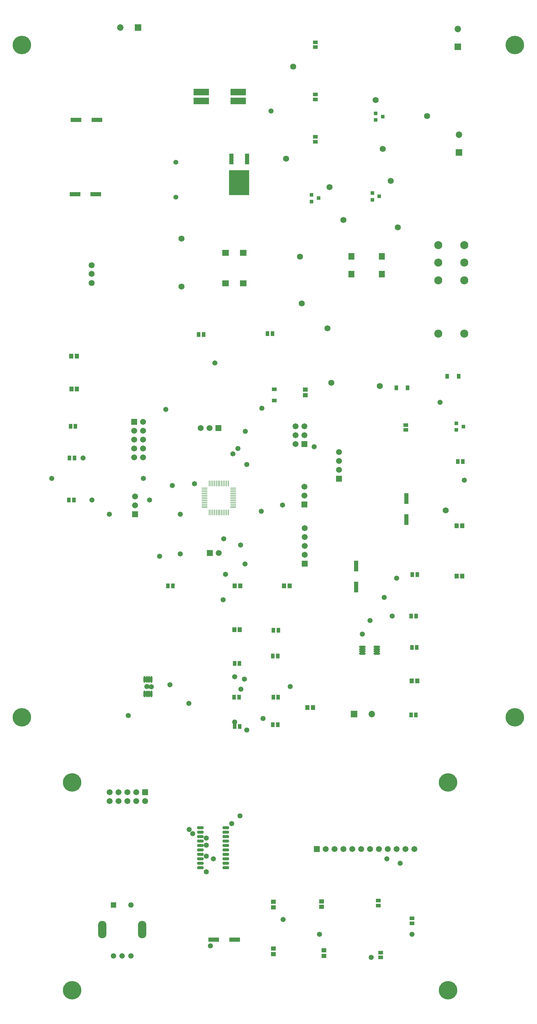
<source format=gts>
G04*
G04 #@! TF.GenerationSoftware,Altium Limited,Altium Designer,23.4.1 (23)*
G04*
G04 Layer_Color=8388736*
%FSLAX25Y25*%
%MOIN*%
G70*
G04*
G04 #@! TF.SameCoordinates,4704FA20-ACEE-4373-A647-A7C3691A48C7*
G04*
G04*
G04 #@! TF.FilePolarity,Negative*
G04*
G01*
G75*
%ADD11R,0.05339X0.04349*%
%ADD12R,0.04349X0.05339*%
%ADD19R,0.05136X0.05733*%
G04:AMPARAMS|DCode=21|XSize=9.94mil|YSize=65.17mil|CornerRadius=4.97mil|HoleSize=0mil|Usage=FLASHONLY|Rotation=0.000|XOffset=0mil|YOffset=0mil|HoleType=Round|Shape=RoundedRectangle|*
%AMROUNDEDRECTD21*
21,1,0.00994,0.05523,0,0,0.0*
21,1,0.00000,0.06517,0,0,0.0*
1,1,0.00994,0.00000,-0.02761*
1,1,0.00994,0.00000,-0.02761*
1,1,0.00994,0.00000,0.02761*
1,1,0.00994,0.00000,0.02761*
%
%ADD21ROUNDEDRECTD21*%
G04:AMPARAMS|DCode=22|XSize=65.17mil|YSize=9.94mil|CornerRadius=4.97mil|HoleSize=0mil|Usage=FLASHONLY|Rotation=0.000|XOffset=0mil|YOffset=0mil|HoleType=Round|Shape=RoundedRectangle|*
%AMROUNDEDRECTD22*
21,1,0.06517,0.00000,0,0,0.0*
21,1,0.05523,0.00994,0,0,0.0*
1,1,0.00994,0.02761,0.00000*
1,1,0.00994,-0.02761,0.00000*
1,1,0.00994,-0.02761,0.00000*
1,1,0.00994,0.02761,0.00000*
%
%ADD22ROUNDEDRECTD22*%
%ADD23R,0.06517X0.00994*%
%ADD25R,0.05733X0.05136*%
%ADD46R,0.06102X0.06102*%
%ADD47C,0.06102*%
G04:AMPARAMS|DCode=48|XSize=94.49mil|YSize=196.85mil|CornerRadius=47.24mil|HoleSize=0mil|Usage=FLASHONLY|Rotation=0.000|XOffset=0mil|YOffset=0mil|HoleType=Round|Shape=RoundedRectangle|*
%AMROUNDEDRECTD48*
21,1,0.09449,0.10236,0,0,0.0*
21,1,0.00000,0.19685,0,0,0.0*
1,1,0.09449,0.00000,-0.05118*
1,1,0.09449,0.00000,-0.05118*
1,1,0.09449,0.00000,0.05118*
1,1,0.09449,0.00000,0.05118*
%
%ADD48ROUNDEDRECTD48*%
%ADD58R,0.04343X0.03950*%
%ADD59R,0.04383X0.05603*%
%ADD60R,0.12217X0.05131*%
%ADD61R,0.07493X0.06706*%
%ADD62R,0.06706X0.07493*%
%ADD63O,0.07493X0.02572*%
%ADD64O,0.02572X0.07493*%
%ADD65R,0.05131X0.12217*%
%ADD66R,0.05603X0.04383*%
%ADD67R,0.23044X0.27965*%
%ADD68R,0.04737X0.12020*%
%ADD69R,0.17611X0.07808*%
G04:AMPARAMS|DCode=70|XSize=31.62mil|YSize=72.96mil|CornerRadius=6.01mil|HoleSize=0mil|Usage=FLASHONLY|Rotation=90.000|XOffset=0mil|YOffset=0mil|HoleType=Round|Shape=RoundedRectangle|*
%AMROUNDEDRECTD70*
21,1,0.03162,0.06095,0,0,90.0*
21,1,0.01961,0.07296,0,0,90.0*
1,1,0.01202,0.03047,0.00980*
1,1,0.01202,0.03047,-0.00980*
1,1,0.01202,-0.03047,-0.00980*
1,1,0.01202,-0.03047,0.00980*
%
%ADD70ROUNDEDRECTD70*%
%ADD71C,0.05524*%
%ADD72C,0.20800*%
%ADD73C,0.09068*%
%ADD74C,0.07296*%
%ADD75R,0.07296X0.07296*%
%ADD76C,0.06780*%
%ADD77R,0.07296X0.07296*%
%ADD78R,0.06706X0.06706*%
%ADD79C,0.06706*%
%ADD80R,0.06706X0.06706*%
%ADD81C,0.05800*%
%ADD82C,0.06800*%
D11*
X490500Y678018D02*
D03*
Y672500D02*
D03*
X388500Y1109018D02*
D03*
Y1103500D02*
D03*
Y996982D02*
D03*
Y1002500D02*
D03*
Y1050259D02*
D03*
Y1044741D02*
D03*
X497500Y116982D02*
D03*
Y122500D02*
D03*
X462000Y78500D02*
D03*
Y84018D02*
D03*
X459500Y136982D02*
D03*
Y142500D02*
D03*
D12*
X554518Y637000D02*
D03*
X549000D02*
D03*
X262259Y780000D02*
D03*
X256741D02*
D03*
X340000Y781000D02*
D03*
X334482D02*
D03*
X340500Y418000D02*
D03*
X346018D02*
D03*
X346518Y447000D02*
D03*
X341000D02*
D03*
X302759Y409500D02*
D03*
X297241D02*
D03*
X302259Y371500D02*
D03*
X296741D02*
D03*
X297500Y338500D02*
D03*
X303018D02*
D03*
X346500Y371500D02*
D03*
X340982D02*
D03*
X497241Y427500D02*
D03*
X502759D02*
D03*
X503259Y509500D02*
D03*
X497741D02*
D03*
X501759Y351500D02*
D03*
X496241D02*
D03*
X340482Y340500D02*
D03*
X346000D02*
D03*
X496482Y463000D02*
D03*
X502000D02*
D03*
X112241Y676500D02*
D03*
X117759D02*
D03*
X111000Y641000D02*
D03*
X116518D02*
D03*
X116018Y593500D02*
D03*
X110500D02*
D03*
X227518Y497000D02*
D03*
X222000D02*
D03*
D19*
X379500Y360000D02*
D03*
X385805D02*
D03*
X296847Y447500D02*
D03*
X303153D02*
D03*
X497000Y390000D02*
D03*
X503305D02*
D03*
X547695Y508000D02*
D03*
X554000D02*
D03*
X547695Y564500D02*
D03*
X554000D02*
D03*
X303805Y497000D02*
D03*
X297500D02*
D03*
X353000D02*
D03*
X359305D02*
D03*
X113000Y755500D02*
D03*
X119305D02*
D03*
X113195Y718500D02*
D03*
X119500D02*
D03*
D21*
X268673Y612242D02*
D03*
X270642D02*
D03*
X272610D02*
D03*
X274579D02*
D03*
X276547D02*
D03*
X278516D02*
D03*
X280484D02*
D03*
X282453D02*
D03*
X284421D02*
D03*
X286390D02*
D03*
X288358D02*
D03*
X290327D02*
D03*
Y579758D02*
D03*
X288358D02*
D03*
X286390D02*
D03*
X284421D02*
D03*
X282453D02*
D03*
X280484D02*
D03*
X278516D02*
D03*
X276547D02*
D03*
X274579D02*
D03*
X272610D02*
D03*
X270642D02*
D03*
X268673D02*
D03*
D22*
X295742Y606827D02*
D03*
Y604858D02*
D03*
Y602890D02*
D03*
Y600921D02*
D03*
Y598953D02*
D03*
Y596984D02*
D03*
Y595016D02*
D03*
Y593047D02*
D03*
Y591079D02*
D03*
Y589110D02*
D03*
Y587142D02*
D03*
Y585173D02*
D03*
X263258D02*
D03*
Y587142D02*
D03*
Y589110D02*
D03*
Y591079D02*
D03*
Y593047D02*
D03*
Y595016D02*
D03*
Y596984D02*
D03*
Y598953D02*
D03*
Y600921D02*
D03*
Y602890D02*
D03*
Y604858D02*
D03*
D23*
Y606827D02*
D03*
D25*
X377000Y718000D02*
D03*
Y711695D02*
D03*
X341000Y141153D02*
D03*
Y134847D02*
D03*
X398000Y80347D02*
D03*
Y86653D02*
D03*
X395500Y141805D02*
D03*
Y135500D02*
D03*
X341000Y88653D02*
D03*
Y82347D02*
D03*
D46*
X160657Y137559D02*
D03*
D47*
X180343D02*
D03*
X160657Y80472D02*
D03*
X170500D02*
D03*
X180343D02*
D03*
D48*
X148059Y110000D02*
D03*
X192941D02*
D03*
D58*
X547500Y679980D02*
D03*
Y672500D02*
D03*
X555374Y676240D02*
D03*
X391937Y933500D02*
D03*
X384063Y929760D02*
D03*
Y937240D02*
D03*
X464374Y1025260D02*
D03*
X456500Y1021520D02*
D03*
Y1029000D02*
D03*
X460437Y935500D02*
D03*
X452563Y931760D02*
D03*
Y939240D02*
D03*
D59*
X479626Y720000D02*
D03*
X492500D02*
D03*
X537063Y733000D02*
D03*
X549937D02*
D03*
D60*
X140811Y938000D02*
D03*
X117189D02*
D03*
X142122Y1021500D02*
D03*
X118500D02*
D03*
X273689Y98500D02*
D03*
X297311D02*
D03*
D61*
X307000Y837500D02*
D03*
X287000D02*
D03*
Y872000D02*
D03*
X307000D02*
D03*
D62*
X463500Y868000D02*
D03*
Y848000D02*
D03*
X429000D02*
D03*
Y868000D02*
D03*
D63*
X457768Y420661D02*
D03*
Y423220D02*
D03*
Y425780D02*
D03*
Y428339D02*
D03*
X441232Y420661D02*
D03*
Y423220D02*
D03*
Y425780D02*
D03*
Y428339D02*
D03*
D64*
X203339Y391768D02*
D03*
X200780D02*
D03*
X198220D02*
D03*
X195661D02*
D03*
X203339Y375232D02*
D03*
X200780D02*
D03*
X198220D02*
D03*
X195661D02*
D03*
D65*
X491000Y571689D02*
D03*
Y595311D02*
D03*
X434500Y519311D02*
D03*
Y495689D02*
D03*
D66*
X342000Y705563D02*
D03*
Y718437D02*
D03*
D67*
X302500Y951000D02*
D03*
D68*
X293524Y977772D02*
D03*
X311476D02*
D03*
D69*
X301386Y1043000D02*
D03*
Y1053000D02*
D03*
X259614D02*
D03*
Y1043000D02*
D03*
D70*
X258728Y224500D02*
D03*
Y219500D02*
D03*
Y214500D02*
D03*
Y209500D02*
D03*
Y204500D02*
D03*
Y199500D02*
D03*
Y194500D02*
D03*
Y189500D02*
D03*
Y184500D02*
D03*
Y179500D02*
D03*
X287272Y224500D02*
D03*
Y219500D02*
D03*
Y214500D02*
D03*
Y209500D02*
D03*
Y204500D02*
D03*
Y199500D02*
D03*
Y194500D02*
D03*
Y189500D02*
D03*
Y184500D02*
D03*
Y179500D02*
D03*
D71*
X231000Y973870D02*
D03*
Y934500D02*
D03*
D72*
X57500Y349000D02*
D03*
Y1106000D02*
D03*
X613500Y349000D02*
D03*
Y1106000D02*
D03*
X114000Y41500D02*
D03*
Y275500D02*
D03*
X538000D02*
D03*
Y41500D02*
D03*
D73*
X556500Y780921D02*
D03*
Y841000D02*
D03*
Y860842D02*
D03*
Y880685D02*
D03*
X526972D02*
D03*
Y860842D02*
D03*
Y841000D02*
D03*
Y780921D02*
D03*
D74*
X549000Y1124000D02*
D03*
X550500Y1005000D02*
D03*
X452000Y352500D02*
D03*
X168500Y1125500D02*
D03*
D75*
X549000Y1104000D02*
D03*
X550500Y985000D02*
D03*
D76*
X136000Y837921D02*
D03*
Y848157D02*
D03*
Y858000D02*
D03*
D77*
X432000Y352500D02*
D03*
X188500Y1125500D02*
D03*
D78*
X184000Y681500D02*
D03*
X376000Y656500D02*
D03*
X376500Y522000D02*
D03*
X185000Y577500D02*
D03*
X415000Y617500D02*
D03*
X376000Y588500D02*
D03*
D79*
X194000Y681500D02*
D03*
X184000Y671500D02*
D03*
X194000D02*
D03*
X184000Y661500D02*
D03*
X194000D02*
D03*
X184000Y651500D02*
D03*
X194000D02*
D03*
X184000Y641500D02*
D03*
X194000D02*
D03*
X366000Y676500D02*
D03*
X376000D02*
D03*
X366000Y666500D02*
D03*
X376000D02*
D03*
X366000Y656500D02*
D03*
X259000Y674500D02*
D03*
X269000D02*
D03*
X376500Y532000D02*
D03*
Y542000D02*
D03*
Y552000D02*
D03*
Y562000D02*
D03*
X185000Y597500D02*
D03*
Y587500D02*
D03*
X415000Y627500D02*
D03*
Y637500D02*
D03*
Y647500D02*
D03*
X279500Y534000D02*
D03*
X376000Y608500D02*
D03*
Y598500D02*
D03*
X500000Y200500D02*
D03*
X490000D02*
D03*
X480000D02*
D03*
X470000D02*
D03*
X460000D02*
D03*
X450000D02*
D03*
X440000D02*
D03*
X430000D02*
D03*
X420000D02*
D03*
X410000D02*
D03*
X400000D02*
D03*
X156500Y254500D02*
D03*
Y264500D02*
D03*
X166500Y254500D02*
D03*
Y264500D02*
D03*
X176500Y254500D02*
D03*
Y264500D02*
D03*
X186500Y254500D02*
D03*
Y264500D02*
D03*
X196500Y254500D02*
D03*
D80*
X279000Y674500D02*
D03*
X269500Y534000D02*
D03*
X390000Y200500D02*
D03*
X196500Y264500D02*
D03*
D81*
X284400Y481216D02*
D03*
X311000Y633500D02*
D03*
X219700Y695500D02*
D03*
X224500Y385500D02*
D03*
X387000Y653500D02*
D03*
X245808Y364808D02*
D03*
X177500Y351100D02*
D03*
X252000Y612000D02*
D03*
X529000Y703500D02*
D03*
X338500Y1031500D02*
D03*
X91000Y618000D02*
D03*
X275000Y748000D02*
D03*
X304000Y543000D02*
D03*
X556500Y616000D02*
D03*
X351500Y588000D02*
D03*
X329500Y347500D02*
D03*
X360000Y383500D02*
D03*
X311000Y334500D02*
D03*
X304500Y380500D02*
D03*
X308500Y392000D02*
D03*
X297500Y394500D02*
D03*
X203311Y383189D02*
D03*
X126400Y641000D02*
D03*
X297400Y343800D02*
D03*
X198220Y383500D02*
D03*
X236000Y533000D02*
D03*
Y577500D02*
D03*
X156000D02*
D03*
X301000Y651500D02*
D03*
X194500Y618000D02*
D03*
X309000Y521500D02*
D03*
X327500Y581000D02*
D03*
X287000Y510000D02*
D03*
X309500Y671000D02*
D03*
X328000Y697000D02*
D03*
X295500Y645500D02*
D03*
X441500Y442500D02*
D03*
X466000Y484000D02*
D03*
X450000Y458000D02*
D03*
X475000Y463000D02*
D03*
X212808Y530308D02*
D03*
X227000Y610000D02*
D03*
X136500Y593500D02*
D03*
X201500D02*
D03*
X285000Y550000D02*
D03*
X480000Y505500D02*
D03*
X270100Y91800D02*
D03*
X265200Y213000D02*
D03*
X249900Y218000D02*
D03*
X265200Y175000D02*
D03*
X245900Y222800D02*
D03*
X265500Y205000D02*
D03*
Y192500D02*
D03*
X484000Y184500D02*
D03*
X497500Y104600D02*
D03*
X393000D02*
D03*
X352000Y121300D02*
D03*
X303400Y238100D02*
D03*
X294000Y229200D02*
D03*
X451200Y78500D02*
D03*
X273500Y189500D02*
D03*
X469000D02*
D03*
D82*
X535500Y582000D02*
D03*
X461000Y722000D02*
D03*
X406500Y725500D02*
D03*
X402000Y787000D02*
D03*
X371000Y867500D02*
D03*
X420000Y909000D02*
D03*
X456500Y1044021D02*
D03*
X473500Y953000D02*
D03*
X404500Y946063D02*
D03*
X514500Y1026000D02*
D03*
X464374Y988874D02*
D03*
X237500Y834000D02*
D03*
Y888000D02*
D03*
X355500Y978000D02*
D03*
X363500Y1081500D02*
D03*
X481500Y900500D02*
D03*
X373000Y815000D02*
D03*
M02*

</source>
